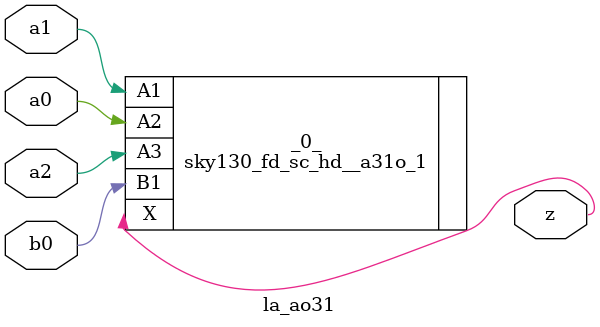
<source format=v>

/* Generated by Yosys 0.44 (git sha1 80ba43d26, g++ 11.4.0-1ubuntu1~22.04 -fPIC -O3) */

(* top =  1  *)
(* src = "generated" *)
module la_ao31 (
    a0,
    a1,
    a2,
    b0,
    z
);
  (* src = "generated" *)
  input a0;
  wire a0;
  (* src = "generated" *)
  input a1;
  wire a1;
  (* src = "generated" *)
  input a2;
  wire a2;
  (* src = "generated" *)
  input b0;
  wire b0;
  (* src = "generated" *)
  output z;
  wire z;
  sky130_fd_sc_hd__a31o_1 _0_ (
      .A1(a1),
      .A2(a0),
      .A3(a2),
      .B1(b0),
      .X (z)
  );
endmodule

</source>
